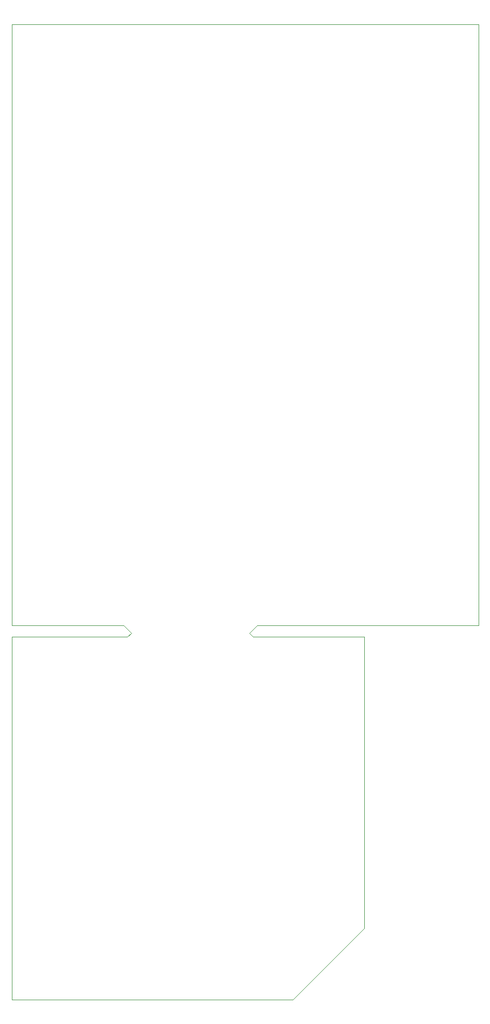
<source format=gbr>
%TF.GenerationSoftware,Altium Limited,Altium Designer,24.3.1 (35)*%
G04 Layer_Color=0*
%FSLAX25Y25*%
%MOIN*%
%TF.SameCoordinates,1C50E6C9-DA4A-4B26-87AC-B265A0C711DB*%
%TF.FilePolarity,Positive*%
%TF.FileFunction,Profile,NP*%
%TF.Part,Single*%
G01*
G75*
%TA.AperFunction,Profile*%
%ADD92C,0.00100*%
D92*
X0Y241000D02*
X72000D01*
X77000Y236000D01*
X74500Y233500D01*
X0D01*
Y0D01*
X181000D01*
X227000Y46000D01*
Y233500D01*
X155500D01*
X153000Y236000D01*
X158000Y241000D01*
X300700D01*
Y628000D01*
X0D01*
Y241000D01*
%TF.MD5,18afbf6366c94b8cbbface58dfcef0c6*%
M02*

</source>
